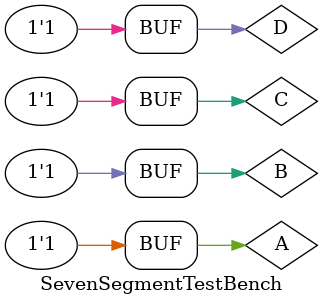
<source format=v>
`timescale 1ns / 1ps


module SevenSegmentTestBench(

    );
    reg A;
    reg B;
    reg C;
    reg D;
    wire [6:0]L;
    SevenSegment dut(.A(A),.B(B),.C(C),.D(D),.L(L));
    initial begin
    A=0;
    B=0;
    C=0;
    D=0;
    #10;
    A=0;
    B=0;
    C=0;
    D=1;
    #10;
    A=0;
    B=0;
    C=1;
    D=0;
    #10;
    A=0;
    B=0;
    C=1;
    D=1;
    #10;
    
    
    A=0;
    B=1;
    C=0;
    D=0;
    #10;
    A=0;
    B=1;
    C=0;
    D=1;
    #10;
    A=0;
    B=1;
    C=1;
    D=0;
    #10;
    A=0;
    B=1;
    C=1;
    D=1;
    #10;
    
    
    A=1;
    B=0;
    C=0;
    D=0;
    #10;
    A=1;
    B=0;
    C=0;
    D=1;
    #10;
    A=1;
    B=0;
    C=1;
    D=0;
    #10;
    A=1;
    B=0;
    C=1;
    D=1;
    #10;
    
    
    A=1;
    B=1;
    C=0;
    D=0;
    #10;
    A=1;
    B=1;
    C=0;
    D=1;
    #10;
    A=1;
    B=1;
    C=1;
    D=0;
    #10;
    A=1;
    B=1;
    C=1;
    D=1;
    end
endmodule

</source>
